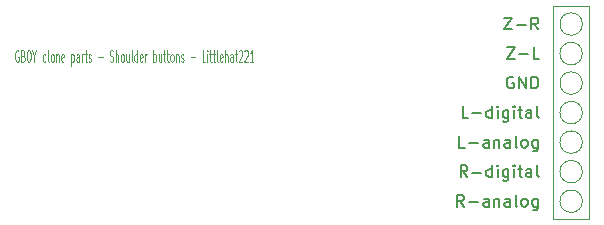
<source format=gbr>
%TF.GenerationSoftware,KiCad,Pcbnew,(5.1.10)-1*%
%TF.CreationDate,2022-06-08T22:38:54-05:00*%
%TF.ProjectId,GBOYBackController,47424f59-4261-4636-9b43-6f6e74726f6c,rev?*%
%TF.SameCoordinates,Original*%
%TF.FileFunction,Legend,Top*%
%TF.FilePolarity,Positive*%
%FSLAX46Y46*%
G04 Gerber Fmt 4.6, Leading zero omitted, Abs format (unit mm)*
G04 Created by KiCad (PCBNEW (5.1.10)-1) date 2022-06-08 22:38:54*
%MOMM*%
%LPD*%
G01*
G04 APERTURE LIST*
%ADD10C,0.100000*%
%ADD11C,0.120000*%
%ADD12C,0.150000*%
G04 APERTURE END LIST*
D10*
X133195952Y-83750000D02*
X133148333Y-83702380D01*
X133076904Y-83702380D01*
X133005476Y-83750000D01*
X132957857Y-83845238D01*
X132934047Y-83940476D01*
X132910238Y-84130952D01*
X132910238Y-84273809D01*
X132934047Y-84464285D01*
X132957857Y-84559523D01*
X133005476Y-84654761D01*
X133076904Y-84702380D01*
X133124523Y-84702380D01*
X133195952Y-84654761D01*
X133219761Y-84607142D01*
X133219761Y-84273809D01*
X133124523Y-84273809D01*
X133600714Y-84178571D02*
X133672142Y-84226190D01*
X133695952Y-84273809D01*
X133719761Y-84369047D01*
X133719761Y-84511904D01*
X133695952Y-84607142D01*
X133672142Y-84654761D01*
X133624523Y-84702380D01*
X133434047Y-84702380D01*
X133434047Y-83702380D01*
X133600714Y-83702380D01*
X133648333Y-83750000D01*
X133672142Y-83797619D01*
X133695952Y-83892857D01*
X133695952Y-83988095D01*
X133672142Y-84083333D01*
X133648333Y-84130952D01*
X133600714Y-84178571D01*
X133434047Y-84178571D01*
X134029285Y-83702380D02*
X134124523Y-83702380D01*
X134172142Y-83750000D01*
X134219761Y-83845238D01*
X134243571Y-84035714D01*
X134243571Y-84369047D01*
X134219761Y-84559523D01*
X134172142Y-84654761D01*
X134124523Y-84702380D01*
X134029285Y-84702380D01*
X133981666Y-84654761D01*
X133934047Y-84559523D01*
X133910238Y-84369047D01*
X133910238Y-84035714D01*
X133934047Y-83845238D01*
X133981666Y-83750000D01*
X134029285Y-83702380D01*
X134553095Y-84226190D02*
X134553095Y-84702380D01*
X134386428Y-83702380D02*
X134553095Y-84226190D01*
X134719761Y-83702380D01*
X135481666Y-84654761D02*
X135434047Y-84702380D01*
X135338809Y-84702380D01*
X135291190Y-84654761D01*
X135267380Y-84607142D01*
X135243571Y-84511904D01*
X135243571Y-84226190D01*
X135267380Y-84130952D01*
X135291190Y-84083333D01*
X135338809Y-84035714D01*
X135434047Y-84035714D01*
X135481666Y-84083333D01*
X135767380Y-84702380D02*
X135719761Y-84654761D01*
X135695952Y-84559523D01*
X135695952Y-83702380D01*
X136029285Y-84702380D02*
X135981666Y-84654761D01*
X135957857Y-84607142D01*
X135934047Y-84511904D01*
X135934047Y-84226190D01*
X135957857Y-84130952D01*
X135981666Y-84083333D01*
X136029285Y-84035714D01*
X136100714Y-84035714D01*
X136148333Y-84083333D01*
X136172142Y-84130952D01*
X136195952Y-84226190D01*
X136195952Y-84511904D01*
X136172142Y-84607142D01*
X136148333Y-84654761D01*
X136100714Y-84702380D01*
X136029285Y-84702380D01*
X136410238Y-84035714D02*
X136410238Y-84702380D01*
X136410238Y-84130952D02*
X136434047Y-84083333D01*
X136481666Y-84035714D01*
X136553095Y-84035714D01*
X136600714Y-84083333D01*
X136624523Y-84178571D01*
X136624523Y-84702380D01*
X137053095Y-84654761D02*
X137005476Y-84702380D01*
X136910238Y-84702380D01*
X136862619Y-84654761D01*
X136838809Y-84559523D01*
X136838809Y-84178571D01*
X136862619Y-84083333D01*
X136910238Y-84035714D01*
X137005476Y-84035714D01*
X137053095Y-84083333D01*
X137076904Y-84178571D01*
X137076904Y-84273809D01*
X136838809Y-84369047D01*
X137672142Y-84035714D02*
X137672142Y-85035714D01*
X137672142Y-84083333D02*
X137719761Y-84035714D01*
X137815000Y-84035714D01*
X137862619Y-84083333D01*
X137886428Y-84130952D01*
X137910238Y-84226190D01*
X137910238Y-84511904D01*
X137886428Y-84607142D01*
X137862619Y-84654761D01*
X137815000Y-84702380D01*
X137719761Y-84702380D01*
X137672142Y-84654761D01*
X138338809Y-84702380D02*
X138338809Y-84178571D01*
X138315000Y-84083333D01*
X138267380Y-84035714D01*
X138172142Y-84035714D01*
X138124523Y-84083333D01*
X138338809Y-84654761D02*
X138291190Y-84702380D01*
X138172142Y-84702380D01*
X138124523Y-84654761D01*
X138100714Y-84559523D01*
X138100714Y-84464285D01*
X138124523Y-84369047D01*
X138172142Y-84321428D01*
X138291190Y-84321428D01*
X138338809Y-84273809D01*
X138576904Y-84702380D02*
X138576904Y-84035714D01*
X138576904Y-84226190D02*
X138600714Y-84130952D01*
X138624523Y-84083333D01*
X138672142Y-84035714D01*
X138719761Y-84035714D01*
X138815000Y-84035714D02*
X139005476Y-84035714D01*
X138886428Y-83702380D02*
X138886428Y-84559523D01*
X138910238Y-84654761D01*
X138957857Y-84702380D01*
X139005476Y-84702380D01*
X139148333Y-84654761D02*
X139195952Y-84702380D01*
X139291190Y-84702380D01*
X139338809Y-84654761D01*
X139362619Y-84559523D01*
X139362619Y-84511904D01*
X139338809Y-84416666D01*
X139291190Y-84369047D01*
X139219761Y-84369047D01*
X139172142Y-84321428D01*
X139148333Y-84226190D01*
X139148333Y-84178571D01*
X139172142Y-84083333D01*
X139219761Y-84035714D01*
X139291190Y-84035714D01*
X139338809Y-84083333D01*
X139957857Y-84321428D02*
X140338809Y-84321428D01*
X140934047Y-84654761D02*
X141005476Y-84702380D01*
X141124523Y-84702380D01*
X141172142Y-84654761D01*
X141195952Y-84607142D01*
X141219761Y-84511904D01*
X141219761Y-84416666D01*
X141195952Y-84321428D01*
X141172142Y-84273809D01*
X141124523Y-84226190D01*
X141029285Y-84178571D01*
X140981666Y-84130952D01*
X140957857Y-84083333D01*
X140934047Y-83988095D01*
X140934047Y-83892857D01*
X140957857Y-83797619D01*
X140981666Y-83750000D01*
X141029285Y-83702380D01*
X141148333Y-83702380D01*
X141219761Y-83750000D01*
X141434047Y-84702380D02*
X141434047Y-83702380D01*
X141648333Y-84702380D02*
X141648333Y-84178571D01*
X141624523Y-84083333D01*
X141576904Y-84035714D01*
X141505476Y-84035714D01*
X141457857Y-84083333D01*
X141434047Y-84130952D01*
X141957857Y-84702380D02*
X141910238Y-84654761D01*
X141886428Y-84607142D01*
X141862619Y-84511904D01*
X141862619Y-84226190D01*
X141886428Y-84130952D01*
X141910238Y-84083333D01*
X141957857Y-84035714D01*
X142029285Y-84035714D01*
X142076904Y-84083333D01*
X142100714Y-84130952D01*
X142124523Y-84226190D01*
X142124523Y-84511904D01*
X142100714Y-84607142D01*
X142076904Y-84654761D01*
X142029285Y-84702380D01*
X141957857Y-84702380D01*
X142553095Y-84035714D02*
X142553095Y-84702380D01*
X142338809Y-84035714D02*
X142338809Y-84559523D01*
X142362619Y-84654761D01*
X142410238Y-84702380D01*
X142481666Y-84702380D01*
X142529285Y-84654761D01*
X142553095Y-84607142D01*
X142862619Y-84702380D02*
X142815000Y-84654761D01*
X142791190Y-84559523D01*
X142791190Y-83702380D01*
X143267380Y-84702380D02*
X143267380Y-83702380D01*
X143267380Y-84654761D02*
X143219761Y-84702380D01*
X143124523Y-84702380D01*
X143076904Y-84654761D01*
X143053095Y-84607142D01*
X143029285Y-84511904D01*
X143029285Y-84226190D01*
X143053095Y-84130952D01*
X143076904Y-84083333D01*
X143124523Y-84035714D01*
X143219761Y-84035714D01*
X143267380Y-84083333D01*
X143695952Y-84654761D02*
X143648333Y-84702380D01*
X143553095Y-84702380D01*
X143505476Y-84654761D01*
X143481666Y-84559523D01*
X143481666Y-84178571D01*
X143505476Y-84083333D01*
X143553095Y-84035714D01*
X143648333Y-84035714D01*
X143695952Y-84083333D01*
X143719761Y-84178571D01*
X143719761Y-84273809D01*
X143481666Y-84369047D01*
X143934047Y-84702380D02*
X143934047Y-84035714D01*
X143934047Y-84226190D02*
X143957857Y-84130952D01*
X143981666Y-84083333D01*
X144029285Y-84035714D01*
X144076904Y-84035714D01*
X144624523Y-84702380D02*
X144624523Y-83702380D01*
X144624523Y-84083333D02*
X144672142Y-84035714D01*
X144767380Y-84035714D01*
X144815000Y-84083333D01*
X144838809Y-84130952D01*
X144862619Y-84226190D01*
X144862619Y-84511904D01*
X144838809Y-84607142D01*
X144815000Y-84654761D01*
X144767380Y-84702380D01*
X144672142Y-84702380D01*
X144624523Y-84654761D01*
X145291190Y-84035714D02*
X145291190Y-84702380D01*
X145076904Y-84035714D02*
X145076904Y-84559523D01*
X145100714Y-84654761D01*
X145148333Y-84702380D01*
X145219761Y-84702380D01*
X145267380Y-84654761D01*
X145291190Y-84607142D01*
X145457857Y-84035714D02*
X145648333Y-84035714D01*
X145529285Y-83702380D02*
X145529285Y-84559523D01*
X145553095Y-84654761D01*
X145600714Y-84702380D01*
X145648333Y-84702380D01*
X145743571Y-84035714D02*
X145934047Y-84035714D01*
X145815000Y-83702380D02*
X145815000Y-84559523D01*
X145838809Y-84654761D01*
X145886428Y-84702380D01*
X145934047Y-84702380D01*
X146172142Y-84702380D02*
X146124523Y-84654761D01*
X146100714Y-84607142D01*
X146076904Y-84511904D01*
X146076904Y-84226190D01*
X146100714Y-84130952D01*
X146124523Y-84083333D01*
X146172142Y-84035714D01*
X146243571Y-84035714D01*
X146291190Y-84083333D01*
X146315000Y-84130952D01*
X146338809Y-84226190D01*
X146338809Y-84511904D01*
X146315000Y-84607142D01*
X146291190Y-84654761D01*
X146243571Y-84702380D01*
X146172142Y-84702380D01*
X146553095Y-84035714D02*
X146553095Y-84702380D01*
X146553095Y-84130952D02*
X146576904Y-84083333D01*
X146624523Y-84035714D01*
X146695952Y-84035714D01*
X146743571Y-84083333D01*
X146767380Y-84178571D01*
X146767380Y-84702380D01*
X146981666Y-84654761D02*
X147029285Y-84702380D01*
X147124523Y-84702380D01*
X147172142Y-84654761D01*
X147195952Y-84559523D01*
X147195952Y-84511904D01*
X147172142Y-84416666D01*
X147124523Y-84369047D01*
X147053095Y-84369047D01*
X147005476Y-84321428D01*
X146981666Y-84226190D01*
X146981666Y-84178571D01*
X147005476Y-84083333D01*
X147053095Y-84035714D01*
X147124523Y-84035714D01*
X147172142Y-84083333D01*
X147791190Y-84321428D02*
X148172142Y-84321428D01*
X149029285Y-84702380D02*
X148791190Y-84702380D01*
X148791190Y-83702380D01*
X149195952Y-84702380D02*
X149195952Y-84035714D01*
X149195952Y-83702380D02*
X149172142Y-83750000D01*
X149195952Y-83797619D01*
X149219761Y-83750000D01*
X149195952Y-83702380D01*
X149195952Y-83797619D01*
X149362619Y-84035714D02*
X149553095Y-84035714D01*
X149434047Y-83702380D02*
X149434047Y-84559523D01*
X149457857Y-84654761D01*
X149505476Y-84702380D01*
X149553095Y-84702380D01*
X149648333Y-84035714D02*
X149838809Y-84035714D01*
X149719761Y-83702380D02*
X149719761Y-84559523D01*
X149743571Y-84654761D01*
X149791190Y-84702380D01*
X149838809Y-84702380D01*
X150076904Y-84702380D02*
X150029285Y-84654761D01*
X150005476Y-84559523D01*
X150005476Y-83702380D01*
X150457857Y-84654761D02*
X150410238Y-84702380D01*
X150315000Y-84702380D01*
X150267380Y-84654761D01*
X150243571Y-84559523D01*
X150243571Y-84178571D01*
X150267380Y-84083333D01*
X150315000Y-84035714D01*
X150410238Y-84035714D01*
X150457857Y-84083333D01*
X150481666Y-84178571D01*
X150481666Y-84273809D01*
X150243571Y-84369047D01*
X150695952Y-84702380D02*
X150695952Y-83702380D01*
X150910238Y-84702380D02*
X150910238Y-84178571D01*
X150886428Y-84083333D01*
X150838809Y-84035714D01*
X150767380Y-84035714D01*
X150719761Y-84083333D01*
X150695952Y-84130952D01*
X151362619Y-84702380D02*
X151362619Y-84178571D01*
X151338809Y-84083333D01*
X151291190Y-84035714D01*
X151195952Y-84035714D01*
X151148333Y-84083333D01*
X151362619Y-84654761D02*
X151315000Y-84702380D01*
X151195952Y-84702380D01*
X151148333Y-84654761D01*
X151124523Y-84559523D01*
X151124523Y-84464285D01*
X151148333Y-84369047D01*
X151195952Y-84321428D01*
X151315000Y-84321428D01*
X151362619Y-84273809D01*
X151529285Y-84035714D02*
X151719761Y-84035714D01*
X151600714Y-83702380D02*
X151600714Y-84559523D01*
X151624523Y-84654761D01*
X151672142Y-84702380D01*
X151719761Y-84702380D01*
X151862619Y-83797619D02*
X151886428Y-83750000D01*
X151934047Y-83702380D01*
X152053095Y-83702380D01*
X152100714Y-83750000D01*
X152124523Y-83797619D01*
X152148333Y-83892857D01*
X152148333Y-83988095D01*
X152124523Y-84130952D01*
X151838809Y-84702380D01*
X152148333Y-84702380D01*
X152338809Y-83797619D02*
X152362619Y-83750000D01*
X152410238Y-83702380D01*
X152529285Y-83702380D01*
X152576904Y-83750000D01*
X152600714Y-83797619D01*
X152624523Y-83892857D01*
X152624523Y-83988095D01*
X152600714Y-84130952D01*
X152315000Y-84702380D01*
X152624523Y-84702380D01*
X153100714Y-84702380D02*
X152815000Y-84702380D01*
X152957857Y-84702380D02*
X152957857Y-83702380D01*
X152910238Y-83845238D01*
X152862619Y-83940476D01*
X152815000Y-83988095D01*
D11*
X181500000Y-98000000D02*
X181500000Y-80000000D01*
X178500000Y-98000000D02*
X181500000Y-98000000D01*
X178500000Y-80000000D02*
X178500000Y-98000000D01*
X181500000Y-80000000D02*
X178500000Y-80000000D01*
%TO.C,TP7*%
X180950000Y-86500000D02*
G75*
G03*
X180950000Y-86500000I-950000J0D01*
G01*
%TO.C,TP6*%
X180950000Y-81500000D02*
G75*
G03*
X180950000Y-81500000I-950000J0D01*
G01*
%TO.C,TP5*%
X180950000Y-84000000D02*
G75*
G03*
X180950000Y-84000000I-950000J0D01*
G01*
%TO.C,TP4*%
X180950000Y-89000000D02*
G75*
G03*
X180950000Y-89000000I-950000J0D01*
G01*
%TO.C,TP3*%
X180950000Y-91500000D02*
G75*
G03*
X180950000Y-91500000I-950000J0D01*
G01*
%TO.C,TP2*%
X180950000Y-94000000D02*
G75*
G03*
X180950000Y-94000000I-950000J0D01*
G01*
%TO.C,TP1*%
X180950000Y-96500000D02*
G75*
G03*
X180950000Y-96500000I-950000J0D01*
G01*
%TO.C,TP7*%
D12*
X175116785Y-86000000D02*
X175021547Y-85952380D01*
X174878690Y-85952380D01*
X174735833Y-86000000D01*
X174640595Y-86095238D01*
X174592976Y-86190476D01*
X174545357Y-86380952D01*
X174545357Y-86523809D01*
X174592976Y-86714285D01*
X174640595Y-86809523D01*
X174735833Y-86904761D01*
X174878690Y-86952380D01*
X174973928Y-86952380D01*
X175116785Y-86904761D01*
X175164404Y-86857142D01*
X175164404Y-86523809D01*
X174973928Y-86523809D01*
X175592976Y-86952380D02*
X175592976Y-85952380D01*
X176164404Y-86952380D01*
X176164404Y-85952380D01*
X176640595Y-86952380D02*
X176640595Y-85952380D01*
X176878690Y-85952380D01*
X177021547Y-86000000D01*
X177116785Y-86095238D01*
X177164404Y-86190476D01*
X177212023Y-86380952D01*
X177212023Y-86523809D01*
X177164404Y-86714285D01*
X177116785Y-86809523D01*
X177021547Y-86904761D01*
X176878690Y-86952380D01*
X176640595Y-86952380D01*
%TO.C,TP6*%
X174354880Y-80952380D02*
X175021547Y-80952380D01*
X174354880Y-81952380D01*
X175021547Y-81952380D01*
X175402500Y-81571428D02*
X176164404Y-81571428D01*
X177212023Y-81952380D02*
X176878690Y-81476190D01*
X176640595Y-81952380D02*
X176640595Y-80952380D01*
X177021547Y-80952380D01*
X177116785Y-81000000D01*
X177164404Y-81047619D01*
X177212023Y-81142857D01*
X177212023Y-81285714D01*
X177164404Y-81380952D01*
X177116785Y-81428571D01*
X177021547Y-81476190D01*
X176640595Y-81476190D01*
%TO.C,TP5*%
X174545357Y-83452380D02*
X175212023Y-83452380D01*
X174545357Y-84452380D01*
X175212023Y-84452380D01*
X175592976Y-84071428D02*
X176354880Y-84071428D01*
X177307261Y-84452380D02*
X176831071Y-84452380D01*
X176831071Y-83452380D01*
%TO.C,TP4*%
X171307261Y-89452380D02*
X170831071Y-89452380D01*
X170831071Y-88452380D01*
X171640595Y-89071428D02*
X172402500Y-89071428D01*
X173307261Y-89452380D02*
X173307261Y-88452380D01*
X173307261Y-89404761D02*
X173212023Y-89452380D01*
X173021547Y-89452380D01*
X172926309Y-89404761D01*
X172878690Y-89357142D01*
X172831071Y-89261904D01*
X172831071Y-88976190D01*
X172878690Y-88880952D01*
X172926309Y-88833333D01*
X173021547Y-88785714D01*
X173212023Y-88785714D01*
X173307261Y-88833333D01*
X173783452Y-89452380D02*
X173783452Y-88785714D01*
X173783452Y-88452380D02*
X173735833Y-88500000D01*
X173783452Y-88547619D01*
X173831071Y-88500000D01*
X173783452Y-88452380D01*
X173783452Y-88547619D01*
X174688214Y-88785714D02*
X174688214Y-89595238D01*
X174640595Y-89690476D01*
X174592976Y-89738095D01*
X174497738Y-89785714D01*
X174354880Y-89785714D01*
X174259642Y-89738095D01*
X174688214Y-89404761D02*
X174592976Y-89452380D01*
X174402500Y-89452380D01*
X174307261Y-89404761D01*
X174259642Y-89357142D01*
X174212023Y-89261904D01*
X174212023Y-88976190D01*
X174259642Y-88880952D01*
X174307261Y-88833333D01*
X174402500Y-88785714D01*
X174592976Y-88785714D01*
X174688214Y-88833333D01*
X175164404Y-89452380D02*
X175164404Y-88785714D01*
X175164404Y-88452380D02*
X175116785Y-88500000D01*
X175164404Y-88547619D01*
X175212023Y-88500000D01*
X175164404Y-88452380D01*
X175164404Y-88547619D01*
X175497738Y-88785714D02*
X175878690Y-88785714D01*
X175640595Y-88452380D02*
X175640595Y-89309523D01*
X175688214Y-89404761D01*
X175783452Y-89452380D01*
X175878690Y-89452380D01*
X176640595Y-89452380D02*
X176640595Y-88928571D01*
X176592976Y-88833333D01*
X176497738Y-88785714D01*
X176307261Y-88785714D01*
X176212023Y-88833333D01*
X176640595Y-89404761D02*
X176545357Y-89452380D01*
X176307261Y-89452380D01*
X176212023Y-89404761D01*
X176164404Y-89309523D01*
X176164404Y-89214285D01*
X176212023Y-89119047D01*
X176307261Y-89071428D01*
X176545357Y-89071428D01*
X176640595Y-89023809D01*
X177259642Y-89452380D02*
X177164404Y-89404761D01*
X177116785Y-89309523D01*
X177116785Y-88452380D01*
%TO.C,TP3*%
X171021547Y-91952380D02*
X170545357Y-91952380D01*
X170545357Y-90952380D01*
X171354880Y-91571428D02*
X172116785Y-91571428D01*
X173021547Y-91952380D02*
X173021547Y-91428571D01*
X172973928Y-91333333D01*
X172878690Y-91285714D01*
X172688214Y-91285714D01*
X172592976Y-91333333D01*
X173021547Y-91904761D02*
X172926309Y-91952380D01*
X172688214Y-91952380D01*
X172592976Y-91904761D01*
X172545357Y-91809523D01*
X172545357Y-91714285D01*
X172592976Y-91619047D01*
X172688214Y-91571428D01*
X172926309Y-91571428D01*
X173021547Y-91523809D01*
X173497738Y-91285714D02*
X173497738Y-91952380D01*
X173497738Y-91380952D02*
X173545357Y-91333333D01*
X173640595Y-91285714D01*
X173783452Y-91285714D01*
X173878690Y-91333333D01*
X173926309Y-91428571D01*
X173926309Y-91952380D01*
X174831071Y-91952380D02*
X174831071Y-91428571D01*
X174783452Y-91333333D01*
X174688214Y-91285714D01*
X174497738Y-91285714D01*
X174402500Y-91333333D01*
X174831071Y-91904761D02*
X174735833Y-91952380D01*
X174497738Y-91952380D01*
X174402500Y-91904761D01*
X174354880Y-91809523D01*
X174354880Y-91714285D01*
X174402500Y-91619047D01*
X174497738Y-91571428D01*
X174735833Y-91571428D01*
X174831071Y-91523809D01*
X175450119Y-91952380D02*
X175354880Y-91904761D01*
X175307261Y-91809523D01*
X175307261Y-90952380D01*
X175973928Y-91952380D02*
X175878690Y-91904761D01*
X175831071Y-91857142D01*
X175783452Y-91761904D01*
X175783452Y-91476190D01*
X175831071Y-91380952D01*
X175878690Y-91333333D01*
X175973928Y-91285714D01*
X176116785Y-91285714D01*
X176212023Y-91333333D01*
X176259642Y-91380952D01*
X176307261Y-91476190D01*
X176307261Y-91761904D01*
X176259642Y-91857142D01*
X176212023Y-91904761D01*
X176116785Y-91952380D01*
X175973928Y-91952380D01*
X177164404Y-91285714D02*
X177164404Y-92095238D01*
X177116785Y-92190476D01*
X177069166Y-92238095D01*
X176973928Y-92285714D01*
X176831071Y-92285714D01*
X176735833Y-92238095D01*
X177164404Y-91904761D02*
X177069166Y-91952380D01*
X176878690Y-91952380D01*
X176783452Y-91904761D01*
X176735833Y-91857142D01*
X176688214Y-91761904D01*
X176688214Y-91476190D01*
X176735833Y-91380952D01*
X176783452Y-91333333D01*
X176878690Y-91285714D01*
X177069166Y-91285714D01*
X177164404Y-91333333D01*
%TO.C,TP2*%
X171212023Y-94452380D02*
X170878690Y-93976190D01*
X170640595Y-94452380D02*
X170640595Y-93452380D01*
X171021547Y-93452380D01*
X171116785Y-93500000D01*
X171164404Y-93547619D01*
X171212023Y-93642857D01*
X171212023Y-93785714D01*
X171164404Y-93880952D01*
X171116785Y-93928571D01*
X171021547Y-93976190D01*
X170640595Y-93976190D01*
X171640595Y-94071428D02*
X172402500Y-94071428D01*
X173307261Y-94452380D02*
X173307261Y-93452380D01*
X173307261Y-94404761D02*
X173212023Y-94452380D01*
X173021547Y-94452380D01*
X172926309Y-94404761D01*
X172878690Y-94357142D01*
X172831071Y-94261904D01*
X172831071Y-93976190D01*
X172878690Y-93880952D01*
X172926309Y-93833333D01*
X173021547Y-93785714D01*
X173212023Y-93785714D01*
X173307261Y-93833333D01*
X173783452Y-94452380D02*
X173783452Y-93785714D01*
X173783452Y-93452380D02*
X173735833Y-93500000D01*
X173783452Y-93547619D01*
X173831071Y-93500000D01*
X173783452Y-93452380D01*
X173783452Y-93547619D01*
X174688214Y-93785714D02*
X174688214Y-94595238D01*
X174640595Y-94690476D01*
X174592976Y-94738095D01*
X174497738Y-94785714D01*
X174354880Y-94785714D01*
X174259642Y-94738095D01*
X174688214Y-94404761D02*
X174592976Y-94452380D01*
X174402500Y-94452380D01*
X174307261Y-94404761D01*
X174259642Y-94357142D01*
X174212023Y-94261904D01*
X174212023Y-93976190D01*
X174259642Y-93880952D01*
X174307261Y-93833333D01*
X174402500Y-93785714D01*
X174592976Y-93785714D01*
X174688214Y-93833333D01*
X175164404Y-94452380D02*
X175164404Y-93785714D01*
X175164404Y-93452380D02*
X175116785Y-93500000D01*
X175164404Y-93547619D01*
X175212023Y-93500000D01*
X175164404Y-93452380D01*
X175164404Y-93547619D01*
X175497738Y-93785714D02*
X175878690Y-93785714D01*
X175640595Y-93452380D02*
X175640595Y-94309523D01*
X175688214Y-94404761D01*
X175783452Y-94452380D01*
X175878690Y-94452380D01*
X176640595Y-94452380D02*
X176640595Y-93928571D01*
X176592976Y-93833333D01*
X176497738Y-93785714D01*
X176307261Y-93785714D01*
X176212023Y-93833333D01*
X176640595Y-94404761D02*
X176545357Y-94452380D01*
X176307261Y-94452380D01*
X176212023Y-94404761D01*
X176164404Y-94309523D01*
X176164404Y-94214285D01*
X176212023Y-94119047D01*
X176307261Y-94071428D01*
X176545357Y-94071428D01*
X176640595Y-94023809D01*
X177259642Y-94452380D02*
X177164404Y-94404761D01*
X177116785Y-94309523D01*
X177116785Y-93452380D01*
%TO.C,TP1*%
X170926309Y-96952380D02*
X170592976Y-96476190D01*
X170354880Y-96952380D02*
X170354880Y-95952380D01*
X170735833Y-95952380D01*
X170831071Y-96000000D01*
X170878690Y-96047619D01*
X170926309Y-96142857D01*
X170926309Y-96285714D01*
X170878690Y-96380952D01*
X170831071Y-96428571D01*
X170735833Y-96476190D01*
X170354880Y-96476190D01*
X171354880Y-96571428D02*
X172116785Y-96571428D01*
X173021547Y-96952380D02*
X173021547Y-96428571D01*
X172973928Y-96333333D01*
X172878690Y-96285714D01*
X172688214Y-96285714D01*
X172592976Y-96333333D01*
X173021547Y-96904761D02*
X172926309Y-96952380D01*
X172688214Y-96952380D01*
X172592976Y-96904761D01*
X172545357Y-96809523D01*
X172545357Y-96714285D01*
X172592976Y-96619047D01*
X172688214Y-96571428D01*
X172926309Y-96571428D01*
X173021547Y-96523809D01*
X173497738Y-96285714D02*
X173497738Y-96952380D01*
X173497738Y-96380952D02*
X173545357Y-96333333D01*
X173640595Y-96285714D01*
X173783452Y-96285714D01*
X173878690Y-96333333D01*
X173926309Y-96428571D01*
X173926309Y-96952380D01*
X174831071Y-96952380D02*
X174831071Y-96428571D01*
X174783452Y-96333333D01*
X174688214Y-96285714D01*
X174497738Y-96285714D01*
X174402500Y-96333333D01*
X174831071Y-96904761D02*
X174735833Y-96952380D01*
X174497738Y-96952380D01*
X174402500Y-96904761D01*
X174354880Y-96809523D01*
X174354880Y-96714285D01*
X174402500Y-96619047D01*
X174497738Y-96571428D01*
X174735833Y-96571428D01*
X174831071Y-96523809D01*
X175450119Y-96952380D02*
X175354880Y-96904761D01*
X175307261Y-96809523D01*
X175307261Y-95952380D01*
X175973928Y-96952380D02*
X175878690Y-96904761D01*
X175831071Y-96857142D01*
X175783452Y-96761904D01*
X175783452Y-96476190D01*
X175831071Y-96380952D01*
X175878690Y-96333333D01*
X175973928Y-96285714D01*
X176116785Y-96285714D01*
X176212023Y-96333333D01*
X176259642Y-96380952D01*
X176307261Y-96476190D01*
X176307261Y-96761904D01*
X176259642Y-96857142D01*
X176212023Y-96904761D01*
X176116785Y-96952380D01*
X175973928Y-96952380D01*
X177164404Y-96285714D02*
X177164404Y-97095238D01*
X177116785Y-97190476D01*
X177069166Y-97238095D01*
X176973928Y-97285714D01*
X176831071Y-97285714D01*
X176735833Y-97238095D01*
X177164404Y-96904761D02*
X177069166Y-96952380D01*
X176878690Y-96952380D01*
X176783452Y-96904761D01*
X176735833Y-96857142D01*
X176688214Y-96761904D01*
X176688214Y-96476190D01*
X176735833Y-96380952D01*
X176783452Y-96333333D01*
X176878690Y-96285714D01*
X177069166Y-96285714D01*
X177164404Y-96333333D01*
%TD*%
M02*

</source>
